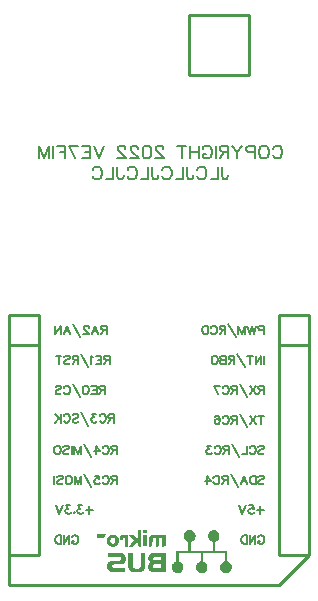
<source format=gbo>
G04 Layer: BottomSilkscreenLayer*
G04 EasyEDA v6.5.32, 2023-07-25 14:04:49*
G04 3427a68e04624d36b5ebd798919f52c8,5a6b42c53f6a479593ecc07194224c93,10*
G04 Gerber Generator version 0.2*
G04 Scale: 100 percent, Rotated: No, Reflected: No *
G04 Dimensions in millimeters *
G04 leading zeros omitted , absolute positions ,4 integer and 5 decimal *
%FSLAX45Y45*%
%MOMM*%

%ADD10C,0.1524*%
%ADD11C,0.1520*%
%ADD12C,0.2540*%

%LPD*%
G36*
X4073194Y1358798D02*
G01*
X4063847Y1358595D01*
X4059021Y1357223D01*
X4057192Y1353464D01*
X4056938Y1346200D01*
X4057192Y1338935D01*
X4059021Y1335176D01*
X4063847Y1333804D01*
X4073194Y1333601D01*
X4082542Y1333804D01*
X4087317Y1335176D01*
X4089146Y1338935D01*
X4089400Y1346200D01*
X4089146Y1353464D01*
X4087317Y1357223D01*
X4082542Y1358595D01*
G37*
G36*
X4010050Y1358798D02*
G01*
X4010050Y1274064D01*
X3984955Y1301953D01*
X3980027Y1307084D01*
X3976014Y1310741D01*
X3972458Y1313180D01*
X3969004Y1314602D01*
X3965244Y1315212D01*
X3960774Y1315262D01*
X3938168Y1313738D01*
X3980535Y1267307D01*
X3950970Y1233830D01*
X3944213Y1225702D01*
X3939641Y1219809D01*
X3937965Y1216964D01*
X3939336Y1216050D01*
X3943146Y1215288D01*
X3948785Y1214780D01*
X3955643Y1214577D01*
X3966006Y1214983D01*
X3969867Y1215847D01*
X3973322Y1217472D01*
X3976725Y1220114D01*
X3980535Y1223924D01*
X3990797Y1236218D01*
X4008272Y1257858D01*
X4011879Y1216406D01*
X4038904Y1214170D01*
X4038904Y1358798D01*
G37*
G36*
X4451553Y1355191D02*
G01*
X4444136Y1354836D01*
X4437278Y1353718D01*
X4430928Y1351889D01*
X4425137Y1349400D01*
X4419955Y1346200D01*
X4415383Y1342390D01*
X4411421Y1337919D01*
X4408119Y1332839D01*
X4405477Y1327150D01*
X4403547Y1320952D01*
X4402277Y1314196D01*
X4401820Y1306880D01*
X4402074Y1299260D01*
X4403090Y1292402D01*
X4404868Y1286205D01*
X4407560Y1280566D01*
X4411116Y1275486D01*
X4415536Y1270863D01*
X4420971Y1266596D01*
X4427423Y1262634D01*
X4439158Y1256233D01*
X4439158Y1182166D01*
X4338167Y1182166D01*
X4338066Y1108964D01*
X4337710Y1100632D01*
X4337100Y1094892D01*
X4336034Y1091234D01*
X4334510Y1089050D01*
X4332376Y1087831D01*
X4329582Y1087018D01*
X4325366Y1085189D01*
X4320184Y1081735D01*
X4314799Y1077214D01*
X4309770Y1072083D01*
X4304182Y1065022D01*
X4300728Y1058570D01*
X4299000Y1051560D01*
X4298543Y1042873D01*
X4298899Y1035456D01*
X4300067Y1028649D01*
X4301998Y1022400D01*
X4304741Y1016711D01*
X4308246Y1011478D01*
X4312615Y1006754D01*
X4317847Y1002436D01*
X4323943Y998575D01*
X4329684Y995680D01*
X4335170Y993495D01*
X4340504Y992073D01*
X4345787Y991412D01*
X4351172Y991463D01*
X4356658Y992276D01*
X4362348Y993800D01*
X4368393Y996035D01*
X4374845Y999286D01*
X4380433Y1003249D01*
X4385157Y1007922D01*
X4389018Y1013358D01*
X4392015Y1019505D01*
X4394149Y1026363D01*
X4395470Y1033983D01*
X4395876Y1042314D01*
X4395520Y1052880D01*
X4393946Y1060348D01*
X4390593Y1066546D01*
X4384802Y1073150D01*
X4379925Y1077722D01*
X4374896Y1081786D01*
X4370324Y1084935D01*
X4364685Y1087577D01*
X4363059Y1088948D01*
X4361840Y1091184D01*
X4360926Y1094587D01*
X4360367Y1099515D01*
X4360011Y1106220D01*
X4359808Y1126490D01*
X4359808Y1164132D01*
X4543704Y1164132D01*
X4543450Y1090218D01*
X4528261Y1083005D01*
X4520488Y1078687D01*
X4514697Y1073810D01*
X4510227Y1067409D01*
X4506112Y1058672D01*
X4502200Y1048512D01*
X4500930Y1041552D01*
X4502200Y1034643D01*
X4506112Y1024737D01*
X4508500Y1019556D01*
X4511294Y1014730D01*
X4514342Y1010361D01*
X4517694Y1006398D01*
X4521301Y1002842D01*
X4525162Y999794D01*
X4529226Y997203D01*
X4533493Y995070D01*
X4537913Y993394D01*
X4542485Y992276D01*
X4547209Y991616D01*
X4551984Y991463D01*
X4556912Y991819D01*
X4561840Y992733D01*
X4566818Y994206D01*
X4571796Y996187D01*
X4578807Y999845D01*
X4584700Y1003858D01*
X4589475Y1008430D01*
X4593285Y1013561D01*
X4596130Y1019403D01*
X4598111Y1026058D01*
X4599228Y1033627D01*
X4599584Y1042162D01*
X4599228Y1053287D01*
X4597755Y1061059D01*
X4594504Y1067308D01*
X4588865Y1073861D01*
X4584090Y1078382D01*
X4578908Y1082395D01*
X4573981Y1085443D01*
X4569968Y1087120D01*
X4567326Y1087882D01*
X4565345Y1089050D01*
X4563872Y1090980D01*
X4562906Y1094130D01*
X4562246Y1098854D01*
X4561789Y1114704D01*
X4561738Y1164132D01*
X4745634Y1164132D01*
X4745634Y1113942D01*
X4745482Y1104595D01*
X4745126Y1097788D01*
X4744466Y1093063D01*
X4743348Y1090066D01*
X4741722Y1088186D01*
X4739487Y1087069D01*
X4736490Y1086256D01*
X4731004Y1084072D01*
X4725822Y1080617D01*
X4721148Y1075994D01*
X4716983Y1070406D01*
X4713528Y1064006D01*
X4710887Y1057046D01*
X4709160Y1049680D01*
X4708499Y1042162D01*
X4708652Y1036624D01*
X4709414Y1031290D01*
X4710633Y1026210D01*
X4712360Y1021384D01*
X4714544Y1016812D01*
X4717084Y1012545D01*
X4720031Y1008634D01*
X4723333Y1005027D01*
X4726940Y1001776D01*
X4730800Y998880D01*
X4734915Y996442D01*
X4739233Y994410D01*
X4743704Y992784D01*
X4748377Y991666D01*
X4753102Y991057D01*
X4757928Y990955D01*
X4762804Y991362D01*
X4767681Y992378D01*
X4772558Y993952D01*
X4777384Y996086D01*
X4782769Y999286D01*
X4787646Y1002944D01*
X4791964Y1006906D01*
X4795723Y1011275D01*
X4798923Y1015847D01*
X4801514Y1020673D01*
X4803597Y1025702D01*
X4805121Y1030884D01*
X4806086Y1036066D01*
X4806442Y1041349D01*
X4806238Y1046581D01*
X4805527Y1051763D01*
X4804206Y1056792D01*
X4802327Y1061720D01*
X4799838Y1066393D01*
X4796840Y1070762D01*
X4793234Y1074877D01*
X4789068Y1078636D01*
X4784344Y1081938D01*
X4779010Y1084783D01*
X4767427Y1090218D01*
X4767275Y1182166D01*
X4666284Y1182166D01*
X4666284Y1256233D01*
X4678273Y1262684D01*
X4684064Y1266291D01*
X4689043Y1270406D01*
X4693208Y1275130D01*
X4696561Y1280464D01*
X4699101Y1286408D01*
X4700930Y1293063D01*
X4701997Y1300429D01*
X4702352Y1308557D01*
X4702302Y1314450D01*
X4701997Y1319225D01*
X4701286Y1323238D01*
X4700117Y1326692D01*
X4698288Y1329944D01*
X4695748Y1333296D01*
X4692294Y1337005D01*
X4687773Y1341374D01*
X4679594Y1348587D01*
X4672787Y1352804D01*
X4665624Y1354734D01*
X4656226Y1355191D01*
X4650638Y1354988D01*
X4645253Y1354277D01*
X4640173Y1353159D01*
X4635347Y1351584D01*
X4630826Y1349603D01*
X4626610Y1347266D01*
X4622698Y1344523D01*
X4619142Y1341424D01*
X4615992Y1338021D01*
X4613148Y1334211D01*
X4610760Y1330147D01*
X4608728Y1325727D01*
X4607102Y1321054D01*
X4605934Y1316126D01*
X4605274Y1310894D01*
X4605020Y1305458D01*
X4605528Y1298905D01*
X4607102Y1292453D01*
X4609592Y1286103D01*
X4612944Y1280058D01*
X4617008Y1274470D01*
X4621733Y1269492D01*
X4627067Y1265174D01*
X4632858Y1261770D01*
X4644491Y1256080D01*
X4644694Y1182166D01*
X4460798Y1182166D01*
X4460951Y1256080D01*
X4472584Y1261770D01*
X4479239Y1265631D01*
X4485030Y1270203D01*
X4489907Y1275486D01*
X4493818Y1281379D01*
X4496816Y1287830D01*
X4498746Y1294790D01*
X4499610Y1302156D01*
X4499406Y1309928D01*
X4498035Y1319580D01*
X4495393Y1326946D01*
X4490669Y1333703D01*
X4483049Y1341475D01*
X4474768Y1348587D01*
X4467910Y1352753D01*
X4460748Y1354734D01*
G37*
G36*
X3673144Y1326438D02*
G01*
X3670249Y1324914D01*
X3667760Y1321155D01*
X3665778Y1315415D01*
X3664458Y1307795D01*
X3664000Y1298448D01*
X3664407Y1293418D01*
X3665626Y1289710D01*
X3667302Y1287322D01*
X3669334Y1286306D01*
X3671315Y1286713D01*
X3673144Y1288491D01*
X3674516Y1291793D01*
X3675176Y1296619D01*
X3675430Y1300988D01*
X3675887Y1302816D01*
X3676497Y1302258D01*
X3677310Y1299311D01*
X3679901Y1291996D01*
X3683152Y1288135D01*
X3686860Y1287881D01*
X3690772Y1291336D01*
X3693312Y1294485D01*
X3695090Y1295654D01*
X3696360Y1294892D01*
X3697630Y1292199D01*
X3700830Y1287119D01*
X3703929Y1287322D01*
X3706266Y1292199D01*
X3707180Y1301140D01*
X3707485Y1307795D01*
X3708450Y1312265D01*
X3710127Y1314754D01*
X3712616Y1315567D01*
X3715105Y1314754D01*
X3716782Y1312265D01*
X3717696Y1307795D01*
X3718306Y1294485D01*
X3719271Y1290015D01*
X3720947Y1287475D01*
X3723436Y1286713D01*
X3725926Y1287475D01*
X3727602Y1290015D01*
X3728516Y1294485D01*
X3729126Y1307795D01*
X3730091Y1312265D01*
X3731768Y1314754D01*
X3734257Y1315567D01*
X3736340Y1315974D01*
X3738067Y1317193D01*
X3739235Y1318971D01*
X3739642Y1321104D01*
X3738676Y1323898D01*
X3735019Y1325422D01*
X3727602Y1325930D01*
X3715461Y1325626D01*
X3702253Y1324813D01*
X3694734Y1323390D01*
X3691026Y1320647D01*
X3689248Y1315923D01*
X3687216Y1307287D01*
X3682847Y1316837D01*
X3679596Y1322527D01*
X3676294Y1325727D01*
G37*
G36*
X3800703Y1318615D02*
G01*
X3792728Y1317752D01*
X3782110Y1314856D01*
X3777030Y1312976D01*
X3772306Y1310487D01*
X3767886Y1307439D01*
X3763873Y1303934D01*
X3760215Y1299921D01*
X3757015Y1295603D01*
X3754272Y1290929D01*
X3751935Y1285951D01*
X3750157Y1280820D01*
X3748836Y1275486D01*
X3748074Y1270101D01*
X3747883Y1263650D01*
X3778148Y1263650D01*
X3778554Y1268526D01*
X3779672Y1273556D01*
X3781348Y1278432D01*
X3783533Y1282903D01*
X3786073Y1286814D01*
X3788867Y1289761D01*
X3791813Y1291590D01*
X3796842Y1292910D01*
X3801618Y1293114D01*
X3806037Y1292250D01*
X3810050Y1290472D01*
X3813657Y1287780D01*
X3816654Y1284325D01*
X3819042Y1280261D01*
X3820769Y1275638D01*
X3821734Y1270508D01*
X3821887Y1265072D01*
X3821125Y1259332D01*
X3819347Y1253439D01*
X3817112Y1249121D01*
X3814064Y1245768D01*
X3810457Y1243330D01*
X3806393Y1241755D01*
X3802075Y1241094D01*
X3797706Y1241298D01*
X3793337Y1242314D01*
X3789273Y1244142D01*
X3785565Y1246784D01*
X3782415Y1250137D01*
X3780028Y1254302D01*
X3778554Y1259128D01*
X3778148Y1263650D01*
X3747883Y1263650D01*
X3748176Y1259179D01*
X3749141Y1253794D01*
X3750716Y1248562D01*
X3752951Y1243533D01*
X3755796Y1238656D01*
X3758996Y1234236D01*
X3762552Y1230223D01*
X3766362Y1226718D01*
X3770426Y1223670D01*
X3774694Y1221028D01*
X3779164Y1218844D01*
X3783787Y1217117D01*
X3788562Y1215796D01*
X3793388Y1214983D01*
X3798214Y1214526D01*
X3803091Y1214577D01*
X3807968Y1215034D01*
X3812743Y1215898D01*
X3817416Y1217218D01*
X3821988Y1218946D01*
X3826408Y1221130D01*
X3830574Y1223721D01*
X3834536Y1226769D01*
X3838244Y1230223D01*
X3841597Y1234084D01*
X3844645Y1238402D01*
X3847337Y1243076D01*
X3849573Y1248206D01*
X3851300Y1253439D01*
X3852468Y1258671D01*
X3853129Y1263802D01*
X3853281Y1268882D01*
X3852875Y1273810D01*
X3851960Y1278636D01*
X3850589Y1283258D01*
X3848709Y1287729D01*
X3846372Y1292047D01*
X3843578Y1296060D01*
X3840378Y1299870D01*
X3836670Y1303426D01*
X3832606Y1306626D01*
X3828084Y1309573D01*
X3823157Y1312164D01*
X3817823Y1314399D01*
X3808272Y1317498D01*
G37*
G36*
X4248251Y1316126D02*
G01*
X4158589Y1314399D01*
X4144924Y1313891D01*
X4133900Y1312875D01*
X4129328Y1312164D01*
X4125315Y1311249D01*
X4121810Y1310132D01*
X4118813Y1308760D01*
X4116273Y1307084D01*
X4114139Y1305102D01*
X4112361Y1302816D01*
X4110990Y1300124D01*
X4109872Y1297076D01*
X4109008Y1293571D01*
X4108399Y1289659D01*
X4107738Y1280312D01*
X4107484Y1254963D01*
X4107434Y1214170D01*
X4134459Y1216406D01*
X4138066Y1288491D01*
X4161536Y1290777D01*
X4161536Y1214170D01*
X4192168Y1216406D01*
X4194200Y1290320D01*
X4219194Y1290320D01*
X4219194Y1214170D01*
X4246270Y1216406D01*
G37*
G36*
X4056735Y1315567D02*
G01*
X4058767Y1216406D01*
X4087622Y1216406D01*
X4089603Y1315567D01*
G37*
G36*
X3901897Y1315567D02*
G01*
X3893769Y1315415D01*
X3886606Y1315008D01*
X3880459Y1314297D01*
X3875227Y1313230D01*
X3870858Y1311757D01*
X3867200Y1309827D01*
X3864356Y1307439D01*
X3862120Y1304493D01*
X3860495Y1300988D01*
X3859428Y1296873D01*
X3858818Y1292148D01*
X3858615Y1286713D01*
X3858615Y1272286D01*
X3873042Y1272286D01*
X3881069Y1272540D01*
X3885387Y1273860D01*
X3887165Y1277112D01*
X3887825Y1288338D01*
X3888994Y1291640D01*
X3891178Y1293418D01*
X3894683Y1293926D01*
X3896969Y1293723D01*
X3898696Y1292961D01*
X3899966Y1291183D01*
X3900830Y1288034D01*
X3901389Y1283157D01*
X3901744Y1276146D01*
X3901897Y1266647D01*
X3901897Y1214577D01*
X3930751Y1214577D01*
X3930751Y1315567D01*
G37*
G36*
X4189069Y1164132D02*
G01*
X4165346Y1164031D01*
X4148531Y1163675D01*
X4136999Y1162913D01*
X4132732Y1162253D01*
X4129125Y1161440D01*
X4126077Y1160424D01*
X4120642Y1157681D01*
X4117898Y1155852D01*
X4112615Y1151737D01*
X4108196Y1147064D01*
X4104589Y1141984D01*
X4101846Y1136497D01*
X4099915Y1130757D01*
X4098899Y1124813D01*
X4098747Y1118717D01*
X4099243Y1114501D01*
X4140098Y1114501D01*
X4141622Y1120495D01*
X4145534Y1125982D01*
X4149699Y1128674D01*
X4156303Y1130401D01*
X4166108Y1131366D01*
X4179824Y1131671D01*
X4208373Y1131671D01*
X4208373Y1099210D01*
X4178452Y1099210D01*
X4165701Y1099515D01*
X4155389Y1100378D01*
X4148074Y1101750D01*
X4144213Y1103528D01*
X4140962Y1108608D01*
X4140098Y1114501D01*
X4099243Y1114501D01*
X4099458Y1112672D01*
X4101084Y1106627D01*
X4103573Y1100785D01*
X4107027Y1095146D01*
X4111345Y1089863D01*
X4118711Y1081989D01*
X4109618Y1072896D01*
X4105452Y1068171D01*
X4102150Y1063345D01*
X4099712Y1058316D01*
X4098137Y1053084D01*
X4097587Y1048512D01*
X4139895Y1048512D01*
X4140352Y1053388D01*
X4141673Y1057503D01*
X4143857Y1060704D01*
X4146854Y1063040D01*
X4151731Y1064463D01*
X4159808Y1065682D01*
X4169968Y1066444D01*
X4181094Y1066749D01*
X4208373Y1066749D01*
X4208373Y1030681D01*
X4183379Y1030681D01*
X4171848Y1030884D01*
X4162348Y1031544D01*
X4154779Y1032713D01*
X4148988Y1034440D01*
X4144772Y1036828D01*
X4141927Y1039926D01*
X4140352Y1043787D01*
X4139895Y1048512D01*
X4097587Y1048512D01*
X4097629Y1041857D01*
X4098696Y1035812D01*
X4100576Y1029462D01*
X4102303Y1024737D01*
X4104132Y1020571D01*
X4106062Y1016863D01*
X4108246Y1013663D01*
X4110786Y1010869D01*
X4113682Y1008430D01*
X4117136Y1006398D01*
X4121251Y1004722D01*
X4125976Y1003300D01*
X4131564Y1002131D01*
X4138015Y1001217D01*
X4154017Y999947D01*
X4174693Y999185D01*
X4248048Y997762D01*
X4248048Y1164132D01*
G37*
G36*
X3930751Y1164132D02*
G01*
X3930802Y1073658D01*
X3931158Y1055319D01*
X3931920Y1042873D01*
X3932580Y1038352D01*
X3933393Y1034592D01*
X3934409Y1031392D01*
X3935679Y1028598D01*
X3938981Y1023112D01*
X3942181Y1018743D01*
X3945585Y1014882D01*
X3949192Y1011478D01*
X3953154Y1008532D01*
X3957421Y1005992D01*
X3962146Y1003909D01*
X3967378Y1002182D01*
X3973169Y1000810D01*
X3979519Y999845D01*
X3986529Y999134D01*
X3994302Y998728D01*
X4002836Y998575D01*
X4018635Y999083D01*
X4025442Y999744D01*
X4031691Y1000709D01*
X4037380Y1001928D01*
X4042511Y1003553D01*
X4047236Y1005484D01*
X4051503Y1007770D01*
X4055465Y1010462D01*
X4059072Y1013561D01*
X4062476Y1017066D01*
X4067251Y1023315D01*
X4068622Y1025702D01*
X4069740Y1028395D01*
X4070705Y1031544D01*
X4071518Y1035354D01*
X4072178Y1040079D01*
X4073144Y1052880D01*
X4074312Y1097686D01*
X4075429Y1164132D01*
X4035298Y1164132D01*
X4035196Y1083716D01*
X4034840Y1067765D01*
X4034231Y1055370D01*
X4033367Y1046226D01*
X4032199Y1040079D01*
X4031487Y1037996D01*
X4030675Y1036574D01*
X4027525Y1033678D01*
X4022902Y1031341D01*
X4017213Y1029512D01*
X4010710Y1028344D01*
X4003903Y1027785D01*
X3997096Y1027988D01*
X3990644Y1028903D01*
X3984955Y1030630D01*
X3982262Y1031900D01*
X3979875Y1033424D01*
X3977741Y1035253D01*
X3975811Y1037386D01*
X3974134Y1039977D01*
X3972610Y1043076D01*
X3971340Y1046683D01*
X3970274Y1050848D01*
X3969359Y1055674D01*
X3968597Y1061262D01*
X3967581Y1074724D01*
X3967022Y1091742D01*
X3966819Y1112723D01*
X3966819Y1164132D01*
G37*
G36*
X3757676Y1164132D02*
G01*
X3757676Y1131671D01*
X3816553Y1131570D01*
X3835095Y1131011D01*
X3850182Y1129995D01*
X3855923Y1129385D01*
X3860088Y1128674D01*
X3862476Y1127912D01*
X3865473Y1125626D01*
X3867658Y1122375D01*
X3868978Y1118260D01*
X3869436Y1113434D01*
X3869232Y1109980D01*
X3868521Y1106982D01*
X3867200Y1104392D01*
X3865219Y1102258D01*
X3862425Y1100429D01*
X3858768Y1099007D01*
X3854145Y1097838D01*
X3848404Y1096924D01*
X3841546Y1096314D01*
X3823970Y1095654D01*
X3791356Y1095400D01*
X3784244Y1094994D01*
X3778910Y1094232D01*
X3774795Y1092962D01*
X3771442Y1091133D01*
X3768293Y1088644D01*
X3764889Y1085342D01*
X3761079Y1081024D01*
X3757929Y1076248D01*
X3755390Y1071219D01*
X3753408Y1065885D01*
X3752037Y1060348D01*
X3751275Y1054658D01*
X3751122Y1048969D01*
X3751478Y1043228D01*
X3752443Y1037640D01*
X3753916Y1032154D01*
X3755948Y1026871D01*
X3758539Y1021943D01*
X3761638Y1017320D01*
X3765296Y1013206D01*
X3769410Y1009548D01*
X3774084Y1006449D01*
X3780282Y1003249D01*
X3783431Y1002030D01*
X3786784Y1001064D01*
X3790645Y1000252D01*
X3795166Y999591D01*
X3806951Y998778D01*
X3823715Y998423D01*
X3905504Y998270D01*
X3905504Y1030681D01*
X3846068Y1031189D01*
X3825036Y1031798D01*
X3817112Y1032306D01*
X3810762Y1033068D01*
X3805732Y1034034D01*
X3801872Y1035354D01*
X3799027Y1037031D01*
X3797046Y1039063D01*
X3795725Y1041552D01*
X3794861Y1044498D01*
X3794404Y1047953D01*
X3794251Y1051610D01*
X3794658Y1054760D01*
X3795674Y1057503D01*
X3797452Y1059789D01*
X3799992Y1061669D01*
X3803446Y1063193D01*
X3807917Y1064412D01*
X3813505Y1065377D01*
X3820210Y1066038D01*
X3837584Y1066698D01*
X3884574Y1066749D01*
X3900576Y1082852D01*
X3903472Y1086256D01*
X3905656Y1089406D01*
X3907180Y1092657D01*
X3908196Y1096314D01*
X3908755Y1100632D01*
X3909110Y1112367D01*
X3908755Y1120648D01*
X3907688Y1128268D01*
X3905961Y1135126D01*
X3903522Y1141323D01*
X3900373Y1146860D01*
X3896512Y1151686D01*
X3891991Y1155801D01*
X3886809Y1159256D01*
X3885031Y1160018D01*
X3879545Y1161338D01*
X3871264Y1162354D01*
X3860088Y1163116D01*
X3845763Y1163675D01*
X3828186Y1163929D01*
G37*
D10*
X5154422Y4585207D02*
G01*
X5159756Y4595621D01*
X5170170Y4606036D01*
X5180329Y4611115D01*
X5201158Y4611115D01*
X5211572Y4606036D01*
X5221986Y4595621D01*
X5227320Y4585207D01*
X5232400Y4569460D01*
X5232400Y4543552D01*
X5227320Y4528057D01*
X5221986Y4517644D01*
X5211572Y4507229D01*
X5201158Y4502150D01*
X5180329Y4502150D01*
X5170170Y4507229D01*
X5159756Y4517644D01*
X5154422Y4528057D01*
X5088890Y4611115D02*
G01*
X5099304Y4606036D01*
X5109718Y4595621D01*
X5115052Y4585207D01*
X5120131Y4569460D01*
X5120131Y4543552D01*
X5115052Y4528057D01*
X5109718Y4517644D01*
X5099304Y4507229D01*
X5088890Y4502150D01*
X5068315Y4502150D01*
X5057902Y4507229D01*
X5047488Y4517644D01*
X5042154Y4528057D01*
X5037074Y4543552D01*
X5037074Y4569460D01*
X5042154Y4585207D01*
X5047488Y4595621D01*
X5057902Y4606036D01*
X5068315Y4611115D01*
X5088890Y4611115D01*
X5002784Y4611115D02*
G01*
X5002784Y4502150D01*
X5002784Y4611115D02*
G01*
X4956047Y4611115D01*
X4940300Y4606036D01*
X4935220Y4600702D01*
X4930140Y4590287D01*
X4930140Y4574794D01*
X4935220Y4564379D01*
X4940300Y4559300D01*
X4956047Y4553965D01*
X5002784Y4553965D01*
X4895850Y4611115D02*
G01*
X4854193Y4559300D01*
X4854193Y4502150D01*
X4812538Y4611115D02*
G01*
X4854193Y4559300D01*
X4778247Y4611115D02*
G01*
X4778247Y4502150D01*
X4778247Y4611115D02*
G01*
X4731511Y4611115D01*
X4716018Y4606036D01*
X4710684Y4600702D01*
X4705604Y4590287D01*
X4705604Y4579873D01*
X4710684Y4569460D01*
X4716018Y4564379D01*
X4731511Y4559300D01*
X4778247Y4559300D01*
X4741925Y4559300D02*
G01*
X4705604Y4502150D01*
X4671313Y4611115D02*
G01*
X4671313Y4502150D01*
X4559045Y4585207D02*
G01*
X4564379Y4595621D01*
X4574540Y4606036D01*
X4584954Y4611115D01*
X4605781Y4611115D01*
X4616195Y4606036D01*
X4626609Y4595621D01*
X4631690Y4585207D01*
X4637024Y4569460D01*
X4637024Y4543552D01*
X4631690Y4528057D01*
X4626609Y4517644D01*
X4616195Y4507229D01*
X4605781Y4502150D01*
X4584954Y4502150D01*
X4574540Y4507229D01*
X4564379Y4517644D01*
X4559045Y4528057D01*
X4559045Y4543552D01*
X4584954Y4543552D02*
G01*
X4559045Y4543552D01*
X4524756Y4611115D02*
G01*
X4524756Y4502150D01*
X4452111Y4611115D02*
G01*
X4452111Y4502150D01*
X4524756Y4559300D02*
G01*
X4452111Y4559300D01*
X4381500Y4611115D02*
G01*
X4381500Y4502150D01*
X4417822Y4611115D02*
G01*
X4344924Y4611115D01*
X4225543Y4585207D02*
G01*
X4225543Y4590287D01*
X4220209Y4600702D01*
X4215129Y4606036D01*
X4204715Y4611115D01*
X4183888Y4611115D01*
X4173474Y4606036D01*
X4168393Y4600702D01*
X4163059Y4590287D01*
X4163059Y4579873D01*
X4168393Y4569460D01*
X4178808Y4553965D01*
X4230624Y4502150D01*
X4157979Y4502150D01*
X4092447Y4611115D02*
G01*
X4108195Y4606036D01*
X4118609Y4590287D01*
X4123690Y4564379D01*
X4123690Y4548886D01*
X4118609Y4522723D01*
X4108195Y4507229D01*
X4092447Y4502150D01*
X4082034Y4502150D01*
X4066540Y4507229D01*
X4056125Y4522723D01*
X4051045Y4548886D01*
X4051045Y4564379D01*
X4056125Y4590287D01*
X4066540Y4606036D01*
X4082034Y4611115D01*
X4092447Y4611115D01*
X4011422Y4585207D02*
G01*
X4011422Y4590287D01*
X4006341Y4600702D01*
X4001008Y4606036D01*
X3990593Y4611115D01*
X3970020Y4611115D01*
X3959606Y4606036D01*
X3954272Y4600702D01*
X3949191Y4590287D01*
X3949191Y4579873D01*
X3954272Y4569460D01*
X3964686Y4553965D01*
X4016756Y4502150D01*
X3943858Y4502150D01*
X3904488Y4585207D02*
G01*
X3904488Y4590287D01*
X3899154Y4600702D01*
X3894074Y4606036D01*
X3883659Y4611115D01*
X3862831Y4611115D01*
X3852418Y4606036D01*
X3847338Y4600702D01*
X3842004Y4590287D01*
X3842004Y4579873D01*
X3847338Y4569460D01*
X3857752Y4553965D01*
X3909568Y4502150D01*
X3836924Y4502150D01*
X3722624Y4611115D02*
G01*
X3680968Y4502150D01*
X3639565Y4611115D02*
G01*
X3680968Y4502150D01*
X3605275Y4611115D02*
G01*
X3605275Y4502150D01*
X3605275Y4611115D02*
G01*
X3537711Y4611115D01*
X3605275Y4559300D02*
G01*
X3563620Y4559300D01*
X3605275Y4502150D02*
G01*
X3537711Y4502150D01*
X3430524Y4611115D02*
G01*
X3482593Y4502150D01*
X3503422Y4611115D02*
G01*
X3430524Y4611115D01*
X3396234Y4611115D02*
G01*
X3396234Y4502150D01*
X3396234Y4611115D02*
G01*
X3328670Y4611115D01*
X3396234Y4559300D02*
G01*
X3354831Y4559300D01*
X3294379Y4611115D02*
G01*
X3294379Y4502150D01*
X3260090Y4611115D02*
G01*
X3260090Y4502150D01*
X3260090Y4611115D02*
G01*
X3218688Y4502150D01*
X3177031Y4611115D02*
G01*
X3218688Y4502150D01*
X3177031Y4611115D02*
G01*
X3177031Y4502150D01*
D11*
X4723244Y4433338D02*
G01*
X4723244Y4350212D01*
X4728441Y4334624D01*
X4733635Y4329429D01*
X4744026Y4324235D01*
X4754417Y4324235D01*
X4764808Y4329429D01*
X4770005Y4334624D01*
X4775200Y4350212D01*
X4775200Y4360603D01*
X4688954Y4433338D02*
G01*
X4688954Y4324235D01*
X4688954Y4324235D02*
G01*
X4626609Y4324235D01*
X4514387Y4407362D02*
G01*
X4519584Y4417753D01*
X4529975Y4428144D01*
X4540364Y4433338D01*
X4561146Y4433338D01*
X4571537Y4428144D01*
X4581928Y4417753D01*
X4587125Y4407362D01*
X4592320Y4391774D01*
X4592320Y4365797D01*
X4587125Y4350212D01*
X4581928Y4339821D01*
X4571537Y4329429D01*
X4561146Y4324235D01*
X4540364Y4324235D01*
X4529975Y4329429D01*
X4519584Y4339821D01*
X4514387Y4350212D01*
X4428144Y4433338D02*
G01*
X4428144Y4350212D01*
X4433338Y4334624D01*
X4438535Y4329429D01*
X4448924Y4324235D01*
X4459315Y4324235D01*
X4469706Y4329429D01*
X4474903Y4334624D01*
X4480097Y4350212D01*
X4480097Y4360603D01*
X4393854Y4433338D02*
G01*
X4393854Y4324235D01*
X4393854Y4324235D02*
G01*
X4331507Y4324235D01*
X4219285Y4407362D02*
G01*
X4224482Y4417753D01*
X4234873Y4428144D01*
X4245264Y4433338D01*
X4266044Y4433338D01*
X4276435Y4428144D01*
X4286826Y4417753D01*
X4292023Y4407362D01*
X4297217Y4391774D01*
X4297217Y4365797D01*
X4292023Y4350212D01*
X4286826Y4339821D01*
X4276435Y4329429D01*
X4266044Y4324235D01*
X4245264Y4324235D01*
X4234873Y4329429D01*
X4224482Y4339821D01*
X4219285Y4350212D01*
X4133042Y4433338D02*
G01*
X4133042Y4350212D01*
X4138236Y4334624D01*
X4143433Y4329429D01*
X4153824Y4324235D01*
X4164215Y4324235D01*
X4174604Y4329429D01*
X4179801Y4334624D01*
X4184995Y4350212D01*
X4184995Y4360603D01*
X4098752Y4433338D02*
G01*
X4098752Y4324235D01*
X4098752Y4324235D02*
G01*
X4036405Y4324235D01*
X3924185Y4407362D02*
G01*
X3929379Y4417753D01*
X3939771Y4428144D01*
X3950162Y4433338D01*
X3970944Y4433338D01*
X3981335Y4428144D01*
X3991724Y4417753D01*
X3996921Y4407362D01*
X4002115Y4391774D01*
X4002115Y4365797D01*
X3996921Y4350212D01*
X3991724Y4339821D01*
X3981335Y4329429D01*
X3970944Y4324235D01*
X3950162Y4324235D01*
X3939771Y4329429D01*
X3929379Y4339821D01*
X3924185Y4350212D01*
X3837940Y4433338D02*
G01*
X3837940Y4350212D01*
X3843134Y4334624D01*
X3848331Y4329429D01*
X3858722Y4324235D01*
X3869113Y4324235D01*
X3879504Y4329429D01*
X3884698Y4334624D01*
X3889895Y4350212D01*
X3889895Y4360603D01*
X3803650Y4433338D02*
G01*
X3803650Y4324235D01*
X3803650Y4324235D02*
G01*
X3741305Y4324235D01*
X3629083Y4407362D02*
G01*
X3634277Y4417753D01*
X3644668Y4428144D01*
X3655059Y4433338D01*
X3675842Y4433338D01*
X3686233Y4428144D01*
X3696624Y4417753D01*
X3701818Y4407362D01*
X3707015Y4391774D01*
X3707015Y4365797D01*
X3701818Y4350212D01*
X3696624Y4339821D01*
X3686233Y4329429D01*
X3675842Y4324235D01*
X3655059Y4324235D01*
X3644668Y4329429D01*
X3634277Y4339821D01*
X3629083Y4350212D01*
D10*
X3746500Y3086793D02*
G01*
X3746500Y3014055D01*
X3746500Y3086793D02*
G01*
X3715326Y3086793D01*
X3704935Y3083328D01*
X3701473Y3079864D01*
X3698008Y3072937D01*
X3698008Y3066011D01*
X3701473Y3059084D01*
X3704935Y3055620D01*
X3715326Y3052155D01*
X3746500Y3052155D01*
X3722255Y3052155D02*
G01*
X3698008Y3014055D01*
X3647440Y3086793D02*
G01*
X3675148Y3014055D01*
X3647440Y3086793D02*
G01*
X3619731Y3014055D01*
X3664757Y3038302D02*
G01*
X3630122Y3038302D01*
X3593406Y3069475D02*
G01*
X3593406Y3072937D01*
X3589944Y3079864D01*
X3586479Y3083328D01*
X3579553Y3086793D01*
X3565697Y3086793D01*
X3558771Y3083328D01*
X3555306Y3079864D01*
X3551844Y3072937D01*
X3551844Y3066011D01*
X3555306Y3059084D01*
X3562235Y3048693D01*
X3596871Y3014055D01*
X3548379Y3014055D01*
X3463175Y3100646D02*
G01*
X3525520Y2989811D01*
X3412604Y3086793D02*
G01*
X3440315Y3014055D01*
X3412604Y3086793D02*
G01*
X3384895Y3014055D01*
X3429924Y3038302D02*
G01*
X3395286Y3038302D01*
X3362035Y3086793D02*
G01*
X3362035Y3014055D01*
X3362035Y3086793D02*
G01*
X3313544Y3014055D01*
X3313544Y3086793D02*
G01*
X3313544Y3014055D01*
X3771900Y2832793D02*
G01*
X3771900Y2760055D01*
X3771900Y2832793D02*
G01*
X3740726Y2832793D01*
X3730335Y2829328D01*
X3726873Y2825864D01*
X3723408Y2818937D01*
X3723408Y2812011D01*
X3726873Y2805084D01*
X3730335Y2801620D01*
X3740726Y2798155D01*
X3771900Y2798155D01*
X3747655Y2798155D02*
G01*
X3723408Y2760055D01*
X3700548Y2832793D02*
G01*
X3700548Y2760055D01*
X3700548Y2832793D02*
G01*
X3655522Y2832793D01*
X3700548Y2798155D02*
G01*
X3672840Y2798155D01*
X3700548Y2760055D02*
G01*
X3655522Y2760055D01*
X3632662Y2818937D02*
G01*
X3625735Y2822402D01*
X3615344Y2832793D01*
X3615344Y2760055D01*
X3530137Y2846646D02*
G01*
X3592484Y2735811D01*
X3507277Y2832793D02*
G01*
X3507277Y2760055D01*
X3507277Y2832793D02*
G01*
X3476104Y2832793D01*
X3465715Y2829328D01*
X3462251Y2825864D01*
X3458786Y2818937D01*
X3458786Y2812011D01*
X3462251Y2805084D01*
X3465715Y2801620D01*
X3476104Y2798155D01*
X3507277Y2798155D01*
X3483033Y2798155D02*
G01*
X3458786Y2760055D01*
X3387435Y2822402D02*
G01*
X3394364Y2829328D01*
X3404755Y2832793D01*
X3418608Y2832793D01*
X3429000Y2829328D01*
X3435926Y2822402D01*
X3435926Y2815475D01*
X3432464Y2808546D01*
X3429000Y2805084D01*
X3422073Y2801620D01*
X3401291Y2794693D01*
X3394364Y2791228D01*
X3390900Y2787764D01*
X3387435Y2780837D01*
X3387435Y2770446D01*
X3394364Y2763520D01*
X3404755Y2760055D01*
X3418608Y2760055D01*
X3429000Y2763520D01*
X3435926Y2770446D01*
X3340331Y2832793D02*
G01*
X3340331Y2760055D01*
X3364575Y2832793D02*
G01*
X3316084Y2832793D01*
X3733800Y2578793D02*
G01*
X3733800Y2506055D01*
X3733800Y2578793D02*
G01*
X3702626Y2578793D01*
X3692235Y2575328D01*
X3688773Y2571864D01*
X3685308Y2564937D01*
X3685308Y2558011D01*
X3688773Y2551084D01*
X3692235Y2547620D01*
X3702626Y2544155D01*
X3733800Y2544155D01*
X3709555Y2544155D02*
G01*
X3685308Y2506055D01*
X3662448Y2578793D02*
G01*
X3662448Y2506055D01*
X3662448Y2578793D02*
G01*
X3617422Y2578793D01*
X3662448Y2544155D02*
G01*
X3634740Y2544155D01*
X3662448Y2506055D02*
G01*
X3617422Y2506055D01*
X3573779Y2578793D02*
G01*
X3584171Y2575328D01*
X3591097Y2564937D01*
X3594562Y2547620D01*
X3594562Y2537228D01*
X3591097Y2519911D01*
X3584171Y2509520D01*
X3573779Y2506055D01*
X3566853Y2506055D01*
X3556462Y2509520D01*
X3549535Y2519911D01*
X3546071Y2537228D01*
X3546071Y2547620D01*
X3549535Y2564937D01*
X3556462Y2575328D01*
X3566853Y2578793D01*
X3573779Y2578793D01*
X3460864Y2592646D02*
G01*
X3523211Y2481811D01*
X3386051Y2561475D02*
G01*
X3389515Y2568402D01*
X3396442Y2575328D01*
X3403368Y2578793D01*
X3417224Y2578793D01*
X3424151Y2575328D01*
X3431077Y2568402D01*
X3434542Y2561475D01*
X3438004Y2551084D01*
X3438004Y2533764D01*
X3434542Y2523375D01*
X3431077Y2516446D01*
X3424151Y2509520D01*
X3417224Y2506055D01*
X3403368Y2506055D01*
X3396442Y2509520D01*
X3389515Y2516446D01*
X3386051Y2523375D01*
X3314700Y2568402D02*
G01*
X3321626Y2575328D01*
X3332017Y2578793D01*
X3345873Y2578793D01*
X3356264Y2575328D01*
X3363191Y2568402D01*
X3363191Y2561475D01*
X3359726Y2554546D01*
X3356264Y2551084D01*
X3349335Y2547620D01*
X3328555Y2540693D01*
X3321626Y2537228D01*
X3318164Y2533764D01*
X3314700Y2526837D01*
X3314700Y2516446D01*
X3321626Y2509520D01*
X3332017Y2506055D01*
X3345873Y2506055D01*
X3356264Y2509520D01*
X3363191Y2516446D01*
X3810000Y2337493D02*
G01*
X3810000Y2264755D01*
X3810000Y2337493D02*
G01*
X3778826Y2337493D01*
X3768435Y2334028D01*
X3764973Y2330564D01*
X3761508Y2323637D01*
X3761508Y2316711D01*
X3764973Y2309784D01*
X3768435Y2306320D01*
X3778826Y2302855D01*
X3810000Y2302855D01*
X3785755Y2302855D02*
G01*
X3761508Y2264755D01*
X3686695Y2320175D02*
G01*
X3690157Y2327102D01*
X3697084Y2334028D01*
X3704013Y2337493D01*
X3717866Y2337493D01*
X3724795Y2334028D01*
X3731722Y2327102D01*
X3735184Y2320175D01*
X3738648Y2309784D01*
X3738648Y2292464D01*
X3735184Y2282075D01*
X3731722Y2275146D01*
X3724795Y2268220D01*
X3717866Y2264755D01*
X3704013Y2264755D01*
X3697084Y2268220D01*
X3690157Y2275146D01*
X3686695Y2282075D01*
X3656906Y2337493D02*
G01*
X3618806Y2337493D01*
X3639588Y2309784D01*
X3629197Y2309784D01*
X3622271Y2306320D01*
X3618806Y2302855D01*
X3615344Y2292464D01*
X3615344Y2285537D01*
X3618806Y2275146D01*
X3625735Y2268220D01*
X3636124Y2264755D01*
X3646515Y2264755D01*
X3656906Y2268220D01*
X3660371Y2271684D01*
X3663835Y2278611D01*
X3530137Y2351346D02*
G01*
X3592484Y2240511D01*
X3458786Y2327102D02*
G01*
X3465715Y2334028D01*
X3476104Y2337493D01*
X3489959Y2337493D01*
X3500351Y2334028D01*
X3507277Y2327102D01*
X3507277Y2320175D01*
X3503815Y2313246D01*
X3500351Y2309784D01*
X3493424Y2306320D01*
X3472642Y2299393D01*
X3465715Y2295928D01*
X3462251Y2292464D01*
X3458786Y2285537D01*
X3458786Y2275146D01*
X3465715Y2268220D01*
X3476104Y2264755D01*
X3489959Y2264755D01*
X3500351Y2268220D01*
X3507277Y2275146D01*
X3383973Y2320175D02*
G01*
X3387435Y2327102D01*
X3394364Y2334028D01*
X3401291Y2337493D01*
X3415144Y2337493D01*
X3422073Y2334028D01*
X3429000Y2327102D01*
X3432464Y2320175D01*
X3435926Y2309784D01*
X3435926Y2292464D01*
X3432464Y2282075D01*
X3429000Y2275146D01*
X3422073Y2268220D01*
X3415144Y2264755D01*
X3401291Y2264755D01*
X3394364Y2268220D01*
X3387435Y2275146D01*
X3383973Y2282075D01*
X3361113Y2337493D02*
G01*
X3361113Y2264755D01*
X3312622Y2337493D02*
G01*
X3361113Y2289002D01*
X3343795Y2306320D02*
G01*
X3312622Y2264755D01*
X3835400Y2070793D02*
G01*
X3835400Y1998055D01*
X3835400Y2070793D02*
G01*
X3804226Y2070793D01*
X3793835Y2067328D01*
X3790373Y2063864D01*
X3786908Y2056937D01*
X3786908Y2050011D01*
X3790373Y2043084D01*
X3793835Y2039620D01*
X3804226Y2036155D01*
X3835400Y2036155D01*
X3811155Y2036155D02*
G01*
X3786908Y1998055D01*
X3712095Y2053475D02*
G01*
X3715557Y2060402D01*
X3722484Y2067328D01*
X3729413Y2070793D01*
X3743266Y2070793D01*
X3750195Y2067328D01*
X3757122Y2060402D01*
X3760584Y2053475D01*
X3764048Y2043084D01*
X3764048Y2025764D01*
X3760584Y2015375D01*
X3757122Y2008446D01*
X3750195Y2001520D01*
X3743266Y1998055D01*
X3729413Y1998055D01*
X3722484Y2001520D01*
X3715557Y2008446D01*
X3712095Y2015375D01*
X3654597Y2070793D02*
G01*
X3689235Y2022302D01*
X3637279Y2022302D01*
X3654597Y2070793D02*
G01*
X3654597Y1998055D01*
X3552075Y2084646D02*
G01*
X3614420Y1973811D01*
X3529215Y2070793D02*
G01*
X3529215Y1998055D01*
X3529215Y2070793D02*
G01*
X3501504Y1998055D01*
X3473795Y2070793D02*
G01*
X3501504Y1998055D01*
X3473795Y2070793D02*
G01*
X3473795Y1998055D01*
X3450935Y2070793D02*
G01*
X3450935Y1998055D01*
X3379584Y2060402D02*
G01*
X3386513Y2067328D01*
X3396904Y2070793D01*
X3410757Y2070793D01*
X3421148Y2067328D01*
X3428075Y2060402D01*
X3428075Y2053475D01*
X3424613Y2046546D01*
X3421148Y2043084D01*
X3414222Y2039620D01*
X3393440Y2032693D01*
X3386513Y2029228D01*
X3383048Y2025764D01*
X3379584Y2018837D01*
X3379584Y2008446D01*
X3386513Y2001520D01*
X3396904Y1998055D01*
X3410757Y1998055D01*
X3421148Y2001520D01*
X3428075Y2008446D01*
X3335944Y2070793D02*
G01*
X3342871Y2067328D01*
X3349797Y2060402D01*
X3353262Y2053475D01*
X3356724Y2043084D01*
X3356724Y2025764D01*
X3353262Y2015375D01*
X3349797Y2008446D01*
X3342871Y2001520D01*
X3335944Y1998055D01*
X3322088Y1998055D01*
X3315162Y2001520D01*
X3308235Y2008446D01*
X3304771Y2015375D01*
X3301306Y2025764D01*
X3301306Y2043084D01*
X3304771Y2053475D01*
X3308235Y2060402D01*
X3315162Y2067328D01*
X3322088Y2070793D01*
X3335944Y2070793D01*
X3835400Y1816793D02*
G01*
X3835400Y1744055D01*
X3835400Y1816793D02*
G01*
X3804226Y1816793D01*
X3793835Y1813328D01*
X3790373Y1809864D01*
X3786908Y1802937D01*
X3786908Y1796011D01*
X3790373Y1789084D01*
X3793835Y1785620D01*
X3804226Y1782155D01*
X3835400Y1782155D01*
X3811155Y1782155D02*
G01*
X3786908Y1744055D01*
X3712095Y1799475D02*
G01*
X3715557Y1806402D01*
X3722484Y1813328D01*
X3729413Y1816793D01*
X3743266Y1816793D01*
X3750195Y1813328D01*
X3757122Y1806402D01*
X3760584Y1799475D01*
X3764048Y1789084D01*
X3764048Y1771764D01*
X3760584Y1761375D01*
X3757122Y1754446D01*
X3750195Y1747520D01*
X3743266Y1744055D01*
X3729413Y1744055D01*
X3722484Y1747520D01*
X3715557Y1754446D01*
X3712095Y1761375D01*
X3647671Y1816793D02*
G01*
X3682306Y1816793D01*
X3685771Y1785620D01*
X3682306Y1789084D01*
X3671915Y1792546D01*
X3661524Y1792546D01*
X3651135Y1789084D01*
X3644206Y1782155D01*
X3640744Y1771764D01*
X3640744Y1764837D01*
X3644206Y1754446D01*
X3651135Y1747520D01*
X3661524Y1744055D01*
X3671915Y1744055D01*
X3682306Y1747520D01*
X3685771Y1750984D01*
X3689235Y1757911D01*
X3555537Y1830646D02*
G01*
X3617884Y1719811D01*
X3532677Y1816793D02*
G01*
X3532677Y1744055D01*
X3532677Y1816793D02*
G01*
X3504968Y1744055D01*
X3477259Y1816793D02*
G01*
X3504968Y1744055D01*
X3477259Y1816793D02*
G01*
X3477259Y1744055D01*
X3433617Y1816793D02*
G01*
X3440544Y1813328D01*
X3447473Y1806402D01*
X3450935Y1799475D01*
X3454400Y1789084D01*
X3454400Y1771764D01*
X3450935Y1761375D01*
X3447473Y1754446D01*
X3440544Y1747520D01*
X3433617Y1744055D01*
X3419764Y1744055D01*
X3412835Y1747520D01*
X3405908Y1754446D01*
X3402444Y1761375D01*
X3398982Y1771764D01*
X3398982Y1789084D01*
X3402444Y1799475D01*
X3405908Y1806402D01*
X3412835Y1813328D01*
X3419764Y1816793D01*
X3433617Y1816793D01*
X3327631Y1806402D02*
G01*
X3334557Y1813328D01*
X3344948Y1816793D01*
X3358804Y1816793D01*
X3369195Y1813328D01*
X3376122Y1806402D01*
X3376122Y1799475D01*
X3372657Y1792546D01*
X3369195Y1789084D01*
X3362266Y1785620D01*
X3341484Y1778693D01*
X3334557Y1775228D01*
X3331095Y1771764D01*
X3327631Y1764837D01*
X3327631Y1754446D01*
X3334557Y1747520D01*
X3344948Y1744055D01*
X3358804Y1744055D01*
X3369195Y1747520D01*
X3376122Y1754446D01*
X3304771Y1816793D02*
G01*
X3304771Y1744055D01*
X3601026Y1555173D02*
G01*
X3601026Y1492826D01*
X3632200Y1524000D02*
G01*
X3569855Y1524000D01*
X3540066Y1565564D02*
G01*
X3501966Y1565564D01*
X3522748Y1537855D01*
X3512357Y1537855D01*
X3505431Y1534391D01*
X3501966Y1530926D01*
X3498504Y1520535D01*
X3498504Y1513608D01*
X3501966Y1503217D01*
X3508895Y1496291D01*
X3519284Y1492826D01*
X3529675Y1492826D01*
X3540066Y1496291D01*
X3543531Y1499755D01*
X3546995Y1506682D01*
X3472179Y1510144D02*
G01*
X3475644Y1506682D01*
X3472179Y1503217D01*
X3468715Y1506682D01*
X3472179Y1510144D01*
X3438928Y1565564D02*
G01*
X3400828Y1565564D01*
X3421611Y1537855D01*
X3411220Y1537855D01*
X3404293Y1534391D01*
X3400828Y1530926D01*
X3397364Y1520535D01*
X3397364Y1513608D01*
X3400828Y1503217D01*
X3407755Y1496291D01*
X3418146Y1492826D01*
X3428537Y1492826D01*
X3438928Y1496291D01*
X3442393Y1499755D01*
X3445855Y1506682D01*
X3374504Y1565564D02*
G01*
X3346795Y1492826D01*
X3319086Y1565564D02*
G01*
X3346795Y1492826D01*
X3453244Y1294244D02*
G01*
X3456708Y1301173D01*
X3463635Y1308100D01*
X3470564Y1311564D01*
X3484417Y1311564D01*
X3491344Y1308100D01*
X3498273Y1301173D01*
X3501735Y1294244D01*
X3505200Y1283855D01*
X3505200Y1266535D01*
X3501735Y1256144D01*
X3498273Y1249217D01*
X3491344Y1242291D01*
X3484417Y1238826D01*
X3470564Y1238826D01*
X3463635Y1242291D01*
X3456708Y1249217D01*
X3453244Y1256144D01*
X3453244Y1266535D01*
X3470564Y1266535D02*
G01*
X3453244Y1266535D01*
X3430384Y1311564D02*
G01*
X3430384Y1238826D01*
X3430384Y1311564D02*
G01*
X3381895Y1238826D01*
X3381895Y1311564D02*
G01*
X3381895Y1238826D01*
X3359035Y1311564D02*
G01*
X3359035Y1238826D01*
X3359035Y1311564D02*
G01*
X3334788Y1311564D01*
X3324397Y1308100D01*
X3317471Y1301173D01*
X3314006Y1294244D01*
X3310544Y1283855D01*
X3310544Y1266535D01*
X3314006Y1256144D01*
X3317471Y1249217D01*
X3324397Y1242291D01*
X3334788Y1238826D01*
X3359035Y1238826D01*
X5028044Y1294244D02*
G01*
X5031508Y1301173D01*
X5038435Y1308100D01*
X5045364Y1311564D01*
X5059217Y1311564D01*
X5066144Y1308100D01*
X5073073Y1301173D01*
X5076535Y1294244D01*
X5080000Y1283855D01*
X5080000Y1266535D01*
X5076535Y1256144D01*
X5073073Y1249217D01*
X5066144Y1242291D01*
X5059217Y1238826D01*
X5045364Y1238826D01*
X5038435Y1242291D01*
X5031508Y1249217D01*
X5028044Y1256144D01*
X5028044Y1266535D01*
X5045364Y1266535D02*
G01*
X5028044Y1266535D01*
X5005184Y1311564D02*
G01*
X5005184Y1238826D01*
X5005184Y1311564D02*
G01*
X4956695Y1238826D01*
X4956695Y1311564D02*
G01*
X4956695Y1238826D01*
X4933835Y1311564D02*
G01*
X4933835Y1238826D01*
X4933835Y1311564D02*
G01*
X4909588Y1311564D01*
X4899197Y1308100D01*
X4892271Y1301173D01*
X4888806Y1294244D01*
X4885344Y1283855D01*
X4885344Y1266535D01*
X4888806Y1256144D01*
X4892271Y1249217D01*
X4899197Y1242291D01*
X4909588Y1238826D01*
X4933835Y1238826D01*
X5048826Y1555173D02*
G01*
X5048826Y1492826D01*
X5080000Y1524000D02*
G01*
X5017655Y1524000D01*
X4953231Y1565564D02*
G01*
X4987866Y1565564D01*
X4991331Y1534391D01*
X4987866Y1537855D01*
X4977475Y1541317D01*
X4967084Y1541317D01*
X4956695Y1537855D01*
X4949766Y1530926D01*
X4946304Y1520535D01*
X4946304Y1513608D01*
X4949766Y1503217D01*
X4956695Y1496291D01*
X4967084Y1492826D01*
X4977475Y1492826D01*
X4987866Y1496291D01*
X4991331Y1499755D01*
X4994795Y1506682D01*
X4923444Y1565564D02*
G01*
X4895735Y1492826D01*
X4868024Y1565564D02*
G01*
X4895735Y1492826D01*
X5031508Y1806402D02*
G01*
X5038435Y1813328D01*
X5048826Y1816793D01*
X5062682Y1816793D01*
X5073073Y1813328D01*
X5080000Y1806402D01*
X5080000Y1799475D01*
X5076535Y1792546D01*
X5073073Y1789084D01*
X5066144Y1785620D01*
X5045364Y1778693D01*
X5038435Y1775228D01*
X5034973Y1771764D01*
X5031508Y1764837D01*
X5031508Y1754446D01*
X5038435Y1747520D01*
X5048826Y1744055D01*
X5062682Y1744055D01*
X5073073Y1747520D01*
X5080000Y1754446D01*
X5008648Y1816793D02*
G01*
X5008648Y1744055D01*
X5008648Y1816793D02*
G01*
X4984404Y1816793D01*
X4974013Y1813328D01*
X4967084Y1806402D01*
X4963622Y1799475D01*
X4960157Y1789084D01*
X4960157Y1771764D01*
X4963622Y1761375D01*
X4967084Y1754446D01*
X4974013Y1747520D01*
X4984404Y1744055D01*
X5008648Y1744055D01*
X4909588Y1816793D02*
G01*
X4937297Y1744055D01*
X4909588Y1816793D02*
G01*
X4881879Y1744055D01*
X4926906Y1768302D02*
G01*
X4892271Y1768302D01*
X4796675Y1830646D02*
G01*
X4859020Y1719811D01*
X4773815Y1816793D02*
G01*
X4773815Y1744055D01*
X4773815Y1816793D02*
G01*
X4742642Y1816793D01*
X4732251Y1813328D01*
X4728786Y1809864D01*
X4725324Y1802937D01*
X4725324Y1796011D01*
X4728786Y1789084D01*
X4732251Y1785620D01*
X4742642Y1782155D01*
X4773815Y1782155D01*
X4749568Y1782155D02*
G01*
X4725324Y1744055D01*
X4650508Y1799475D02*
G01*
X4653973Y1806402D01*
X4660900Y1813328D01*
X4667826Y1816793D01*
X4681682Y1816793D01*
X4688608Y1813328D01*
X4695535Y1806402D01*
X4699000Y1799475D01*
X4702464Y1789084D01*
X4702464Y1771764D01*
X4699000Y1761375D01*
X4695535Y1754446D01*
X4688608Y1747520D01*
X4681682Y1744055D01*
X4667826Y1744055D01*
X4660900Y1747520D01*
X4653973Y1754446D01*
X4650508Y1761375D01*
X4593013Y1816793D02*
G01*
X4627648Y1768302D01*
X4575695Y1768302D01*
X4593013Y1816793D02*
G01*
X4593013Y1744055D01*
X5031508Y2060402D02*
G01*
X5038435Y2067328D01*
X5048826Y2070793D01*
X5062682Y2070793D01*
X5073073Y2067328D01*
X5080000Y2060402D01*
X5080000Y2053475D01*
X5076535Y2046546D01*
X5073073Y2043084D01*
X5066144Y2039620D01*
X5045364Y2032693D01*
X5038435Y2029228D01*
X5034973Y2025764D01*
X5031508Y2018837D01*
X5031508Y2008446D01*
X5038435Y2001520D01*
X5048826Y1998055D01*
X5062682Y1998055D01*
X5073073Y2001520D01*
X5080000Y2008446D01*
X4956695Y2053475D02*
G01*
X4960157Y2060402D01*
X4967084Y2067328D01*
X4974013Y2070793D01*
X4987866Y2070793D01*
X4994795Y2067328D01*
X5001722Y2060402D01*
X5005184Y2053475D01*
X5008648Y2043084D01*
X5008648Y2025764D01*
X5005184Y2015375D01*
X5001722Y2008446D01*
X4994795Y2001520D01*
X4987866Y1998055D01*
X4974013Y1998055D01*
X4967084Y2001520D01*
X4960157Y2008446D01*
X4956695Y2015375D01*
X4933835Y2070793D02*
G01*
X4933835Y1998055D01*
X4933835Y1998055D02*
G01*
X4892271Y1998055D01*
X4807064Y2084646D02*
G01*
X4869411Y1973811D01*
X4784204Y2070793D02*
G01*
X4784204Y1998055D01*
X4784204Y2070793D02*
G01*
X4753033Y2070793D01*
X4742642Y2067328D01*
X4739177Y2063864D01*
X4735715Y2056937D01*
X4735715Y2050011D01*
X4739177Y2043084D01*
X4742642Y2039620D01*
X4753033Y2036155D01*
X4784204Y2036155D01*
X4759959Y2036155D02*
G01*
X4735715Y1998055D01*
X4660900Y2053475D02*
G01*
X4664364Y2060402D01*
X4671291Y2067328D01*
X4678217Y2070793D01*
X4692073Y2070793D01*
X4699000Y2067328D01*
X4705926Y2060402D01*
X4709391Y2053475D01*
X4712855Y2043084D01*
X4712855Y2025764D01*
X4709391Y2015375D01*
X4705926Y2008446D01*
X4699000Y2001520D01*
X4692073Y1998055D01*
X4678217Y1998055D01*
X4671291Y2001520D01*
X4664364Y2008446D01*
X4660900Y2015375D01*
X4631113Y2070793D02*
G01*
X4593013Y2070793D01*
X4613795Y2043084D01*
X4603404Y2043084D01*
X4596475Y2039620D01*
X4593013Y2036155D01*
X4589548Y2025764D01*
X4589548Y2018837D01*
X4593013Y2008446D01*
X4599940Y2001520D01*
X4610331Y1998055D01*
X4620722Y1998055D01*
X4631113Y2001520D01*
X4634575Y2004984D01*
X4638040Y2011911D01*
X5055755Y2324793D02*
G01*
X5055755Y2252055D01*
X5080000Y2324793D02*
G01*
X5031508Y2324793D01*
X5008648Y2324793D02*
G01*
X4960157Y2252055D01*
X4960157Y2324793D02*
G01*
X5008648Y2252055D01*
X4874953Y2338646D02*
G01*
X4937297Y2227811D01*
X4852093Y2324793D02*
G01*
X4852093Y2252055D01*
X4852093Y2324793D02*
G01*
X4820920Y2324793D01*
X4810528Y2321328D01*
X4807064Y2317864D01*
X4803602Y2310937D01*
X4803602Y2304011D01*
X4807064Y2297084D01*
X4810528Y2293620D01*
X4820920Y2290155D01*
X4852093Y2290155D01*
X4827846Y2290155D02*
G01*
X4803602Y2252055D01*
X4728786Y2307475D02*
G01*
X4732251Y2314402D01*
X4739177Y2321328D01*
X4746104Y2324793D01*
X4759959Y2324793D01*
X4766886Y2321328D01*
X4773815Y2314402D01*
X4777277Y2307475D01*
X4780742Y2297084D01*
X4780742Y2279764D01*
X4777277Y2269375D01*
X4773815Y2262446D01*
X4766886Y2255520D01*
X4759959Y2252055D01*
X4746104Y2252055D01*
X4739177Y2255520D01*
X4732251Y2262446D01*
X4728786Y2269375D01*
X4664364Y2314402D02*
G01*
X4667826Y2321328D01*
X4678217Y2324793D01*
X4685144Y2324793D01*
X4695535Y2321328D01*
X4702464Y2310937D01*
X4705926Y2293620D01*
X4705926Y2276302D01*
X4702464Y2262446D01*
X4695535Y2255520D01*
X4685144Y2252055D01*
X4681682Y2252055D01*
X4671291Y2255520D01*
X4664364Y2262446D01*
X4660900Y2272837D01*
X4660900Y2276302D01*
X4664364Y2286693D01*
X4671291Y2293620D01*
X4681682Y2297084D01*
X4685144Y2297084D01*
X4695535Y2293620D01*
X4702464Y2286693D01*
X4705926Y2276302D01*
X5080000Y2578793D02*
G01*
X5080000Y2506055D01*
X5080000Y2578793D02*
G01*
X5048826Y2578793D01*
X5038435Y2575328D01*
X5034973Y2571864D01*
X5031508Y2564937D01*
X5031508Y2558011D01*
X5034973Y2551084D01*
X5038435Y2547620D01*
X5048826Y2544155D01*
X5080000Y2544155D01*
X5055755Y2544155D02*
G01*
X5031508Y2506055D01*
X5008648Y2578793D02*
G01*
X4960157Y2506055D01*
X4960157Y2578793D02*
G01*
X5008648Y2506055D01*
X4874953Y2592646D02*
G01*
X4937297Y2481811D01*
X4852093Y2578793D02*
G01*
X4852093Y2506055D01*
X4852093Y2578793D02*
G01*
X4820920Y2578793D01*
X4810528Y2575328D01*
X4807064Y2571864D01*
X4803602Y2564937D01*
X4803602Y2558011D01*
X4807064Y2551084D01*
X4810528Y2547620D01*
X4820920Y2544155D01*
X4852093Y2544155D01*
X4827846Y2544155D02*
G01*
X4803602Y2506055D01*
X4728786Y2561475D02*
G01*
X4732251Y2568402D01*
X4739177Y2575328D01*
X4746104Y2578793D01*
X4759959Y2578793D01*
X4766886Y2575328D01*
X4773815Y2568402D01*
X4777277Y2561475D01*
X4780742Y2551084D01*
X4780742Y2533764D01*
X4777277Y2523375D01*
X4773815Y2516446D01*
X4766886Y2509520D01*
X4759959Y2506055D01*
X4746104Y2506055D01*
X4739177Y2509520D01*
X4732251Y2516446D01*
X4728786Y2523375D01*
X4657435Y2578793D02*
G01*
X4692073Y2506055D01*
X4705926Y2578793D02*
G01*
X4657435Y2578793D01*
X5080000Y2832793D02*
G01*
X5080000Y2760055D01*
X5057140Y2832793D02*
G01*
X5057140Y2760055D01*
X5057140Y2832793D02*
G01*
X5008648Y2760055D01*
X5008648Y2832793D02*
G01*
X5008648Y2760055D01*
X4961544Y2832793D02*
G01*
X4961544Y2760055D01*
X4985788Y2832793D02*
G01*
X4937297Y2832793D01*
X4852093Y2846646D02*
G01*
X4914437Y2735811D01*
X4829233Y2832793D02*
G01*
X4829233Y2760055D01*
X4829233Y2832793D02*
G01*
X4798059Y2832793D01*
X4787668Y2829328D01*
X4784204Y2825864D01*
X4780742Y2818937D01*
X4780742Y2812011D01*
X4784204Y2805084D01*
X4787668Y2801620D01*
X4798059Y2798155D01*
X4829233Y2798155D01*
X4804986Y2798155D02*
G01*
X4780742Y2760055D01*
X4757882Y2832793D02*
G01*
X4757882Y2760055D01*
X4757882Y2832793D02*
G01*
X4726708Y2832793D01*
X4716317Y2829328D01*
X4712855Y2825864D01*
X4709391Y2818937D01*
X4709391Y2812011D01*
X4712855Y2805084D01*
X4716317Y2801620D01*
X4726708Y2798155D01*
X4757882Y2798155D02*
G01*
X4726708Y2798155D01*
X4716317Y2794693D01*
X4712855Y2791228D01*
X4709391Y2784302D01*
X4709391Y2773911D01*
X4712855Y2766984D01*
X4716317Y2763520D01*
X4726708Y2760055D01*
X4757882Y2760055D01*
X4665748Y2832793D02*
G01*
X4676140Y2829328D01*
X4683066Y2818937D01*
X4686531Y2801620D01*
X4686531Y2791228D01*
X4683066Y2773911D01*
X4676140Y2763520D01*
X4665748Y2760055D01*
X4658822Y2760055D01*
X4648431Y2763520D01*
X4641504Y2773911D01*
X4638040Y2791228D01*
X4638040Y2801620D01*
X4641504Y2818937D01*
X4648431Y2829328D01*
X4658822Y2832793D01*
X4665748Y2832793D01*
X5080000Y3086793D02*
G01*
X5080000Y3014055D01*
X5080000Y3086793D02*
G01*
X5048826Y3086793D01*
X5038435Y3083328D01*
X5034973Y3079864D01*
X5031508Y3072937D01*
X5031508Y3062546D01*
X5034973Y3055620D01*
X5038435Y3052155D01*
X5048826Y3048693D01*
X5080000Y3048693D01*
X5008648Y3086793D02*
G01*
X4991331Y3014055D01*
X4974013Y3086793D02*
G01*
X4991331Y3014055D01*
X4974013Y3086793D02*
G01*
X4956695Y3014055D01*
X4939375Y3086793D02*
G01*
X4956695Y3014055D01*
X4916515Y3086793D02*
G01*
X4916515Y3014055D01*
X4916515Y3086793D02*
G01*
X4888806Y3014055D01*
X4861097Y3086793D02*
G01*
X4888806Y3014055D01*
X4861097Y3086793D02*
G01*
X4861097Y3014055D01*
X4775893Y3100646D02*
G01*
X4838237Y2989811D01*
X4753033Y3086793D02*
G01*
X4753033Y3014055D01*
X4753033Y3086793D02*
G01*
X4721859Y3086793D01*
X4711468Y3083328D01*
X4708004Y3079864D01*
X4704542Y3072937D01*
X4704542Y3066011D01*
X4708004Y3059084D01*
X4711468Y3055620D01*
X4721859Y3052155D01*
X4753033Y3052155D01*
X4728786Y3052155D02*
G01*
X4704542Y3014055D01*
X4629726Y3069475D02*
G01*
X4633191Y3076402D01*
X4640117Y3083328D01*
X4647044Y3086793D01*
X4660900Y3086793D01*
X4667826Y3083328D01*
X4674755Y3076402D01*
X4678217Y3069475D01*
X4681682Y3059084D01*
X4681682Y3041764D01*
X4678217Y3031375D01*
X4674755Y3024446D01*
X4667826Y3017520D01*
X4660900Y3014055D01*
X4647044Y3014055D01*
X4640117Y3017520D01*
X4633191Y3024446D01*
X4629726Y3031375D01*
X4586084Y3086793D02*
G01*
X4596475Y3083328D01*
X4603404Y3072937D01*
X4606866Y3055620D01*
X4606866Y3045228D01*
X4603404Y3027911D01*
X4596475Y3017520D01*
X4586084Y3014055D01*
X4579157Y3014055D01*
X4568766Y3017520D01*
X4561840Y3027911D01*
X4558375Y3045228D01*
X4558375Y3055620D01*
X4561840Y3072937D01*
X4568766Y3083328D01*
X4579157Y3086793D01*
X4586084Y3086793D01*
D12*
X2921000Y3175000D02*
G01*
X2921000Y2921000D01*
X2921000Y1143000D01*
X3175000Y1143000D01*
X3175000Y2921000D01*
X3175000Y3175000D01*
X2921000Y3175000D01*
X5207000Y3175000D02*
G01*
X5207000Y2921000D01*
X5207000Y1143000D01*
X5461000Y1143000D01*
X5461000Y2921000D01*
X5461000Y3175000D01*
X5207000Y3175000D01*
X2921000Y2921000D02*
G01*
X3175000Y2921000D01*
X5207000Y2921000D02*
G01*
X5461000Y2921000D01*
X5461000Y1143000D02*
G01*
X5207000Y889000D01*
X2921000Y889000D01*
X2921000Y1143000D01*
X4445000Y5715000D02*
G01*
X4953000Y5715000D01*
X4953000Y5207000D01*
X4445000Y5207000D01*
X4445000Y5715000D01*
M02*

</source>
